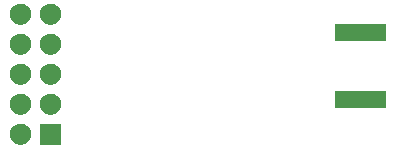
<source format=gbr>
G04 #@! TF.GenerationSoftware,KiCad,Pcbnew,(5.1.5)-3*
G04 #@! TF.CreationDate,2020-05-12T16:51:08+05:30*
G04 #@! TF.ProjectId,Teseo_Mod,54657365-6f5f-44d6-9f64-2e6b69636164,rev?*
G04 #@! TF.SameCoordinates,Original*
G04 #@! TF.FileFunction,Soldermask,Bot*
G04 #@! TF.FilePolarity,Negative*
%FSLAX46Y46*%
G04 Gerber Fmt 4.6, Leading zero omitted, Abs format (unit mm)*
G04 Created by KiCad (PCBNEW (5.1.5)-3) date 2020-05-12 16:51:08*
%MOMM*%
%LPD*%
G04 APERTURE LIST*
%ADD10C,0.100000*%
G04 APERTURE END LIST*
D10*
G36*
X141173512Y-115383927D02*
G01*
X141322812Y-115413624D01*
X141486784Y-115481544D01*
X141634354Y-115580147D01*
X141759853Y-115705646D01*
X141858456Y-115853216D01*
X141926376Y-116017188D01*
X141961000Y-116191259D01*
X141961000Y-116368741D01*
X141926376Y-116542812D01*
X141858456Y-116706784D01*
X141759853Y-116854354D01*
X141634354Y-116979853D01*
X141486784Y-117078456D01*
X141322812Y-117146376D01*
X141173512Y-117176073D01*
X141148742Y-117181000D01*
X140971258Y-117181000D01*
X140946488Y-117176073D01*
X140797188Y-117146376D01*
X140633216Y-117078456D01*
X140485646Y-116979853D01*
X140360147Y-116854354D01*
X140261544Y-116706784D01*
X140193624Y-116542812D01*
X140159000Y-116368741D01*
X140159000Y-116191259D01*
X140193624Y-116017188D01*
X140261544Y-115853216D01*
X140360147Y-115705646D01*
X140485646Y-115580147D01*
X140633216Y-115481544D01*
X140797188Y-115413624D01*
X140946488Y-115383927D01*
X140971258Y-115379000D01*
X141148742Y-115379000D01*
X141173512Y-115383927D01*
G37*
G36*
X144501000Y-117181000D02*
G01*
X142699000Y-117181000D01*
X142699000Y-115379000D01*
X144501000Y-115379000D01*
X144501000Y-117181000D01*
G37*
G36*
X141173512Y-112843927D02*
G01*
X141322812Y-112873624D01*
X141486784Y-112941544D01*
X141634354Y-113040147D01*
X141759853Y-113165646D01*
X141858456Y-113313216D01*
X141926376Y-113477188D01*
X141961000Y-113651259D01*
X141961000Y-113828741D01*
X141926376Y-114002812D01*
X141858456Y-114166784D01*
X141759853Y-114314354D01*
X141634354Y-114439853D01*
X141486784Y-114538456D01*
X141322812Y-114606376D01*
X141173512Y-114636073D01*
X141148742Y-114641000D01*
X140971258Y-114641000D01*
X140946488Y-114636073D01*
X140797188Y-114606376D01*
X140633216Y-114538456D01*
X140485646Y-114439853D01*
X140360147Y-114314354D01*
X140261544Y-114166784D01*
X140193624Y-114002812D01*
X140159000Y-113828741D01*
X140159000Y-113651259D01*
X140193624Y-113477188D01*
X140261544Y-113313216D01*
X140360147Y-113165646D01*
X140485646Y-113040147D01*
X140633216Y-112941544D01*
X140797188Y-112873624D01*
X140946488Y-112843927D01*
X140971258Y-112839000D01*
X141148742Y-112839000D01*
X141173512Y-112843927D01*
G37*
G36*
X143713512Y-112843927D02*
G01*
X143862812Y-112873624D01*
X144026784Y-112941544D01*
X144174354Y-113040147D01*
X144299853Y-113165646D01*
X144398456Y-113313216D01*
X144466376Y-113477188D01*
X144501000Y-113651259D01*
X144501000Y-113828741D01*
X144466376Y-114002812D01*
X144398456Y-114166784D01*
X144299853Y-114314354D01*
X144174354Y-114439853D01*
X144026784Y-114538456D01*
X143862812Y-114606376D01*
X143713512Y-114636073D01*
X143688742Y-114641000D01*
X143511258Y-114641000D01*
X143486488Y-114636073D01*
X143337188Y-114606376D01*
X143173216Y-114538456D01*
X143025646Y-114439853D01*
X142900147Y-114314354D01*
X142801544Y-114166784D01*
X142733624Y-114002812D01*
X142699000Y-113828741D01*
X142699000Y-113651259D01*
X142733624Y-113477188D01*
X142801544Y-113313216D01*
X142900147Y-113165646D01*
X143025646Y-113040147D01*
X143173216Y-112941544D01*
X143337188Y-112873624D01*
X143486488Y-112843927D01*
X143511258Y-112839000D01*
X143688742Y-112839000D01*
X143713512Y-112843927D01*
G37*
G36*
X171951000Y-114051000D02*
G01*
X167649000Y-114051000D01*
X167649000Y-112599000D01*
X171951000Y-112599000D01*
X171951000Y-114051000D01*
G37*
G36*
X143713512Y-110303927D02*
G01*
X143862812Y-110333624D01*
X144026784Y-110401544D01*
X144174354Y-110500147D01*
X144299853Y-110625646D01*
X144398456Y-110773216D01*
X144466376Y-110937188D01*
X144501000Y-111111259D01*
X144501000Y-111288741D01*
X144466376Y-111462812D01*
X144398456Y-111626784D01*
X144299853Y-111774354D01*
X144174354Y-111899853D01*
X144026784Y-111998456D01*
X143862812Y-112066376D01*
X143713512Y-112096073D01*
X143688742Y-112101000D01*
X143511258Y-112101000D01*
X143486488Y-112096073D01*
X143337188Y-112066376D01*
X143173216Y-111998456D01*
X143025646Y-111899853D01*
X142900147Y-111774354D01*
X142801544Y-111626784D01*
X142733624Y-111462812D01*
X142699000Y-111288741D01*
X142699000Y-111111259D01*
X142733624Y-110937188D01*
X142801544Y-110773216D01*
X142900147Y-110625646D01*
X143025646Y-110500147D01*
X143173216Y-110401544D01*
X143337188Y-110333624D01*
X143486488Y-110303927D01*
X143511258Y-110299000D01*
X143688742Y-110299000D01*
X143713512Y-110303927D01*
G37*
G36*
X141173512Y-110303927D02*
G01*
X141322812Y-110333624D01*
X141486784Y-110401544D01*
X141634354Y-110500147D01*
X141759853Y-110625646D01*
X141858456Y-110773216D01*
X141926376Y-110937188D01*
X141961000Y-111111259D01*
X141961000Y-111288741D01*
X141926376Y-111462812D01*
X141858456Y-111626784D01*
X141759853Y-111774354D01*
X141634354Y-111899853D01*
X141486784Y-111998456D01*
X141322812Y-112066376D01*
X141173512Y-112096073D01*
X141148742Y-112101000D01*
X140971258Y-112101000D01*
X140946488Y-112096073D01*
X140797188Y-112066376D01*
X140633216Y-111998456D01*
X140485646Y-111899853D01*
X140360147Y-111774354D01*
X140261544Y-111626784D01*
X140193624Y-111462812D01*
X140159000Y-111288741D01*
X140159000Y-111111259D01*
X140193624Y-110937188D01*
X140261544Y-110773216D01*
X140360147Y-110625646D01*
X140485646Y-110500147D01*
X140633216Y-110401544D01*
X140797188Y-110333624D01*
X140946488Y-110303927D01*
X140971258Y-110299000D01*
X141148742Y-110299000D01*
X141173512Y-110303927D01*
G37*
G36*
X143713512Y-107763927D02*
G01*
X143862812Y-107793624D01*
X144026784Y-107861544D01*
X144174354Y-107960147D01*
X144299853Y-108085646D01*
X144398456Y-108233216D01*
X144466376Y-108397188D01*
X144501000Y-108571259D01*
X144501000Y-108748741D01*
X144466376Y-108922812D01*
X144398456Y-109086784D01*
X144299853Y-109234354D01*
X144174354Y-109359853D01*
X144026784Y-109458456D01*
X143862812Y-109526376D01*
X143713512Y-109556073D01*
X143688742Y-109561000D01*
X143511258Y-109561000D01*
X143486488Y-109556073D01*
X143337188Y-109526376D01*
X143173216Y-109458456D01*
X143025646Y-109359853D01*
X142900147Y-109234354D01*
X142801544Y-109086784D01*
X142733624Y-108922812D01*
X142699000Y-108748741D01*
X142699000Y-108571259D01*
X142733624Y-108397188D01*
X142801544Y-108233216D01*
X142900147Y-108085646D01*
X143025646Y-107960147D01*
X143173216Y-107861544D01*
X143337188Y-107793624D01*
X143486488Y-107763927D01*
X143511258Y-107759000D01*
X143688742Y-107759000D01*
X143713512Y-107763927D01*
G37*
G36*
X141173512Y-107763927D02*
G01*
X141322812Y-107793624D01*
X141486784Y-107861544D01*
X141634354Y-107960147D01*
X141759853Y-108085646D01*
X141858456Y-108233216D01*
X141926376Y-108397188D01*
X141961000Y-108571259D01*
X141961000Y-108748741D01*
X141926376Y-108922812D01*
X141858456Y-109086784D01*
X141759853Y-109234354D01*
X141634354Y-109359853D01*
X141486784Y-109458456D01*
X141322812Y-109526376D01*
X141173512Y-109556073D01*
X141148742Y-109561000D01*
X140971258Y-109561000D01*
X140946488Y-109556073D01*
X140797188Y-109526376D01*
X140633216Y-109458456D01*
X140485646Y-109359853D01*
X140360147Y-109234354D01*
X140261544Y-109086784D01*
X140193624Y-108922812D01*
X140159000Y-108748741D01*
X140159000Y-108571259D01*
X140193624Y-108397188D01*
X140261544Y-108233216D01*
X140360147Y-108085646D01*
X140485646Y-107960147D01*
X140633216Y-107861544D01*
X140797188Y-107793624D01*
X140946488Y-107763927D01*
X140971258Y-107759000D01*
X141148742Y-107759000D01*
X141173512Y-107763927D01*
G37*
G36*
X171951000Y-108401000D02*
G01*
X167649000Y-108401000D01*
X167649000Y-106949000D01*
X171951000Y-106949000D01*
X171951000Y-108401000D01*
G37*
G36*
X143713512Y-105223927D02*
G01*
X143862812Y-105253624D01*
X144026784Y-105321544D01*
X144174354Y-105420147D01*
X144299853Y-105545646D01*
X144398456Y-105693216D01*
X144466376Y-105857188D01*
X144501000Y-106031259D01*
X144501000Y-106208741D01*
X144466376Y-106382812D01*
X144398456Y-106546784D01*
X144299853Y-106694354D01*
X144174354Y-106819853D01*
X144026784Y-106918456D01*
X143862812Y-106986376D01*
X143713512Y-107016073D01*
X143688742Y-107021000D01*
X143511258Y-107021000D01*
X143486488Y-107016073D01*
X143337188Y-106986376D01*
X143173216Y-106918456D01*
X143025646Y-106819853D01*
X142900147Y-106694354D01*
X142801544Y-106546784D01*
X142733624Y-106382812D01*
X142699000Y-106208741D01*
X142699000Y-106031259D01*
X142733624Y-105857188D01*
X142801544Y-105693216D01*
X142900147Y-105545646D01*
X143025646Y-105420147D01*
X143173216Y-105321544D01*
X143337188Y-105253624D01*
X143486488Y-105223927D01*
X143511258Y-105219000D01*
X143688742Y-105219000D01*
X143713512Y-105223927D01*
G37*
G36*
X141173512Y-105223927D02*
G01*
X141322812Y-105253624D01*
X141486784Y-105321544D01*
X141634354Y-105420147D01*
X141759853Y-105545646D01*
X141858456Y-105693216D01*
X141926376Y-105857188D01*
X141961000Y-106031259D01*
X141961000Y-106208741D01*
X141926376Y-106382812D01*
X141858456Y-106546784D01*
X141759853Y-106694354D01*
X141634354Y-106819853D01*
X141486784Y-106918456D01*
X141322812Y-106986376D01*
X141173512Y-107016073D01*
X141148742Y-107021000D01*
X140971258Y-107021000D01*
X140946488Y-107016073D01*
X140797188Y-106986376D01*
X140633216Y-106918456D01*
X140485646Y-106819853D01*
X140360147Y-106694354D01*
X140261544Y-106546784D01*
X140193624Y-106382812D01*
X140159000Y-106208741D01*
X140159000Y-106031259D01*
X140193624Y-105857188D01*
X140261544Y-105693216D01*
X140360147Y-105545646D01*
X140485646Y-105420147D01*
X140633216Y-105321544D01*
X140797188Y-105253624D01*
X140946488Y-105223927D01*
X140971258Y-105219000D01*
X141148742Y-105219000D01*
X141173512Y-105223927D01*
G37*
M02*

</source>
